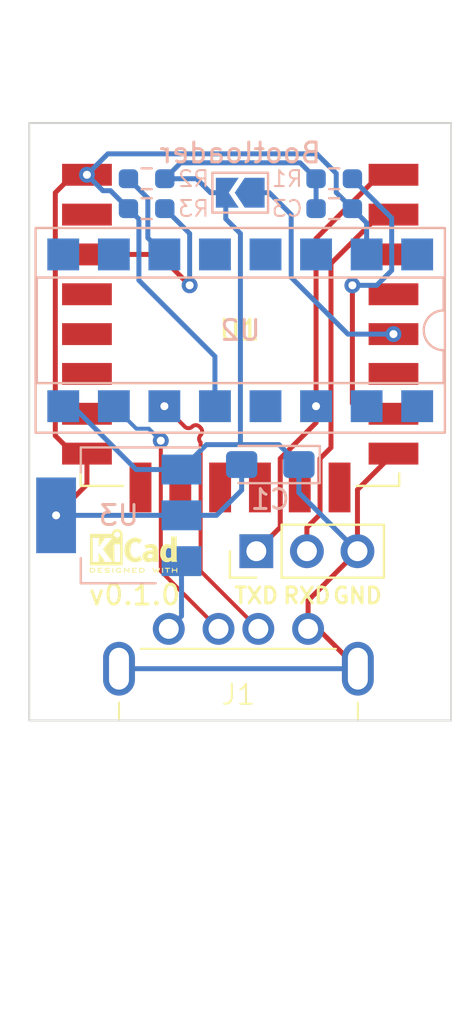
<source format=kicad_pcb>
(kicad_pcb (version 20221018) (generator pcbnew)
  (layers (0 "F.Cu" signal) (31 "B.Cu" signal) (34 "B.Paste" user) (35 "F.Paste" user) (36 "B.SilkS" user "B.Silkscreen") (37 "F.SilkS" user "F.Silkscreen") (38 "B.Mask" user) (39 "F.Mask" user) (44 "Edge.Cuts" user))
  (net 0 "")
  (net 1 "GND")
  (net 2 "+3.3V")
  (net 3 "+5V")
  (net 4 "/TXD")
  (net 5 "/RXD")
  (net 6 "Net-(U1-GPIO15)")
  (net 7 "Net-(U2-IO2)")
  (net 8 "Net-(U1-CH_PD)")
  (net 32 "/DN")
  (net 33 "/DP")
  (net 34 "Net-(TP1-A)")
  (footprint "USB:USB-A_Plug_AM_90_THT" (layer "F.Cu") (at 109.1 118.2)
    (fp_text reference "J1" (at 0 -7.1 unlocked) (layer "F.SilkS") (effects (font (thickness 0.1))))
    (fp_text value "USB_A")
    (pad "1" thru_hole circle (at -3.5 -10.4) (size 1.6 1.6) (drill 1) (layers "*.Cu" "*.Mask") (net 3 "+5V"))
    (pad "2" thru_hole circle (at -1 -10.4) (size 1.6 1.6) (drill 1) (layers "*.Cu" "*.Mask") (net 32 "/DN"))
    (pad "3" thru_hole circle (at 1 -10.4) (size 1.6 1.6) (drill 1) (layers "*.Cu" "*.Mask") (net 33 "/DP"))
    (pad "4" thru_hole circle (at 3.5 -10.4) (size 1.6 1.6) (drill 1) (layers "*.Cu" "*.Mask") (net 1 "GND"))
    (pad "5" thru_hole oval (at -6 -8.4) (size 1.6 2.7) (drill oval 1 2.1) (layers "*.Cu" "*.Mask") (net 1 "GND"))
    (pad "5" thru_hole oval (at 6 -8.4) (size 1.6 2.7) (drill oval 1 2.1) (layers "*.Cu" "*.Mask") (net 1 "GND"))
  )
  (footprint "Library:LOGO" (layer "F.Cu") (at 103.8 103.9)
    (fp_text reference "" hide)
    (fp_text value "LOGO" hide)
  )
  (footprint "Connector_PinHeader_2.54mm:PinHeader_1x03_P2.54mm_Vertical" (layer "F.Cu") (at 110 103.9 90)
    (fp_text reference "J2" hide)
    (fp_text value "DEBUG")
    (pad "1" thru_hole rect (at 0 0 90) (size 1.7 1.7) (drill 1) (layers "*.Cu" "*.Mask") (net 4 "/TXD"))
    (pad "2" thru_hole oval (at 0 2.54 90) (size 1.7 1.7) (drill 1) (layers "*.Cu" "*.Mask") (net 5 "/RXD"))
    (pad "3" thru_hole oval (at 0 5.08 90) (size 1.7 1.7) (drill 1) (layers "*.Cu" "*.Mask") (net 1 "GND"))
  )
  (footprint "ESP8266:ESP-12E_SMD" (layer "F.Cu") (at 102.19 85)
    (fp_text reference "U1" (at 6.96 7.8) (layer "F.SilkS"))
    (fp_text value "ESP-12F" hide)
    (pad "1" smd rect (at -0.7 0) (size 2.5 1.1) (layers "F.Cu" "F.Paste" "F.Mask") (net 2 "+3.3V"))
    (pad "2" smd rect (at -0.7 2) (size 2.5 1.1) (layers "F.Cu" "F.Paste" "F.Mask"))
    (pad "3" smd rect (at -0.7 4) (size 2.5 1.1) (layers "F.Cu" "F.Paste" "F.Mask") (net 8 "Net-(U1-CH_PD)"))
    (pad "4" smd rect (at -0.7 6) (size 2.5 1.1) (layers "F.Cu" "F.Paste" "F.Mask"))
    (pad "5" smd rect (at -0.7 8) (size 2.5 1.1) (layers "F.Cu" "F.Paste" "F.Mask"))
    (pad "6" smd rect (at -0.7 10) (size 2.5 1.1) (layers "F.Cu" "F.Paste" "F.Mask"))
    (pad "7" smd rect (at -0.7 12) (size 2.5 1.1) (layers "F.Cu" "F.Paste" "F.Mask"))
    (pad "8" smd rect (at -0.7 14) (size 2.5 1.1) (layers "F.Cu" "F.Paste" "F.Mask") (net 2 "+3.3V"))
    (pad "9" smd rect (at 14.7 14) (size 2.5 1.1) (layers "F.Cu" "F.Paste" "F.Mask") (net 1 "GND"))
    (pad "10" smd rect (at 14.7 12) (size 2.5 1.1) (layers "F.Cu" "F.Paste" "F.Mask") (net 6 "Net-(U1-GPIO15)"))
    (pad "11" smd rect (at 14.7 10) (size 2.5 1.1) (layers "F.Cu" "F.Paste" "F.Mask"))
    (pad "12" smd rect (at 14.7 8) (size 2.5 1.1) (layers "F.Cu" "F.Paste" "F.Mask") (net 34 "Net-(TP1-A)"))
    (pad "13" smd rect (at 14.7 6) (size 2.5 1.1) (layers "F.Cu" "F.Paste" "F.Mask"))
    (pad "14" smd rect (at 14.7 4) (size 2.5 1.1) (layers "F.Cu" "F.Paste" "F.Mask"))
    (pad "15" smd rect (at 14.7 2) (size 2.5 1.1) (layers "F.Cu" "F.Paste" "F.Mask") (net 5 "/RXD"))
    (pad "16" smd rect (at 14.7 0) (size 2.5 1.1) (layers "F.Cu" "F.Paste" "F.Mask") (net 4 "/TXD"))
    (pad "17" smd rect (at 1.99 15.7 90) (size 2.5 1.1) (layers "F.Cu" "F.Paste" "F.Mask"))
    (pad "18" smd rect (at 3.99 15.7 90) (size 2.5 1.1) (layers "F.Cu" "F.Paste" "F.Mask"))
    (pad "19" smd rect (at 5.99 15.7 90) (size 2.5 1.1) (layers "F.Cu" "F.Paste" "F.Mask"))
    (pad "20" smd rect (at 7.99 15.7 90) (size 2.5 1.1) (layers "F.Cu" "F.Paste" "F.Mask"))
    (pad "21" smd rect (at 9.99 15.7 90) (size 2.5 1.1) (layers "F.Cu" "F.Paste" "F.Mask"))
    (pad "22" smd rect (at 11.99 15.7 90) (size 2.5 1.1) (layers "F.Cu" "F.Paste" "F.Mask"))
  )
  (footprint "Capacitor_Tantalum_SMD:CP_EIA-3216-18_Kemet-A_Pad1.58x1.35mm_HandSolder" (layer "B.Cu") (at 110.7 99.55 180)
    (fp_text reference "C1" (at 0 -1.75) (layer "B.SilkS") (effects (justify mirror)))
    (fp_text value "1uF")
    (pad "1" smd roundrect (at -1.4375 0 180) (size 1.575 1.35) (layers "B.Cu" "B.Paste" "B.Mask") (roundrect_rratio 0.185185) (net 1 "GND"))
    (pad "2" smd roundrect (at 1.4375 0 180) (size 1.575 1.35) (layers "B.Cu" "B.Paste" "B.Mask") (roundrect_rratio 0.185185) (net 2 "+3.3V"))
  )
  (footprint "Resistor_SMD:R_0603_1608Metric_Pad0.98x0.95mm_HandSolder" (layer "B.Cu") (at 104.4875 86.7)
    (fp_text reference "R3" (at 2.3625 0) (layer "B.SilkS") (effects (font (size 0.8 0.8) (thickness 0.1)) (justify mirror)))
    (fp_text value "1K")
    (pad "1" smd roundrect (at -0.9125 0) (size 0.975 0.95) (layers "B.Cu" "B.Paste" "B.Mask") (net 2 "+3.3V"))
    (pad "2" smd roundrect (at 0.9125 0) (size 0.975 0.95) (layers "B.Cu" "B.Paste" "B.Mask") (net 8 "Net-(U1-CH_PD)"))
  )
  (footprint "Resistor_SMD:R_0603_1608Metric_Pad0.98x0.95mm_HandSolder" (layer "B.Cu") (at 113.9125 86.7 180)
    (fp_text reference "C3" (at 2.3625 0 180) (layer "B.SilkS") (effects (font (size 0.8 0.8) (thickness 0.1)) (justify mirror)))
    (fp_text value "0.1uF")
    (pad "1" smd roundrect (at -0.9125 0 180) (size 0.975 0.95) (layers "B.Cu" "B.Paste" "B.Mask") (net 2 "+3.3V"))
    (pad "2" smd roundrect (at 0.9125 0 180) (size 0.975 0.95) (layers "B.Cu" "B.Paste" "B.Mask") (net 1 "GND"))
  )
  (footprint "Package_TO_SOT_SMD:SOT-223-3_TabPin2" (layer "B.Cu") (at 103.09 102.1 180)
    (fp_text reference "U3" (at 0 0) (layer "B.SilkS") (effects (justify mirror)))
    (fp_text value "AMS1117-3.3")
    (pad "1" smd rect (at -3.15 2.3 180) (size 2 1.5) (layers "B.Cu" "B.Paste" "B.Mask") (net 1 "GND"))
    (pad "2" smd rect (at -3.15 0 180) (size 2 1.5) (layers "B.Cu" "B.Paste" "B.Mask") (net 2 "+3.3V"))
    (pad "2" smd rect (at 3.15 0 180) (size 2 3.8) (layers "B.Cu" "B.Paste" "B.Mask") (net 2 "+3.3V"))
    (pad "3" smd rect (at -3.15 -2.3 180) (size 2 1.5) (layers "B.Cu" "B.Paste" "B.Mask") (net 3 "+5V"))
  )
  (footprint "Package_DIP:DIP-16_W7.62mm_SMDSocket_SmallPads" (layer "B.Cu") (at 109.19 92.81 90)
    (fp_text reference "U2" (at 0 0.01 180) (layer "B.SilkS") (effects (justify mirror)))
    (fp_text value "CH9328")
    (pad "1" smd rect (at -3.81 8.89 90) (size 1.6 1.6) (layers "B.Cu" "B.Paste" "B.Mask"))
    (pad "2" smd rect (at -3.81 6.35 90) (size 1.6 1.6) (layers "B.Cu" "B.Paste" "B.Mask"))
    (pad "3" smd rect (at -3.81 3.81 90) (size 1.6 1.6) (layers "B.Cu" "B.Paste" "B.Mask") (net 4 "/TXD"))
    (pad "4" smd rect (at -3.81 1.27 90) (size 1.6 1.6) (layers "B.Cu" "B.Paste" "B.Mask"))
    (pad "5" smd rect (at -3.81 -1.27 90) (size 1.6 1.6) (layers "B.Cu" "B.Paste" "B.Mask") (net 2 "+3.3V"))
    (pad "6" smd rect (at -3.81 -3.81 90) (size 1.6 1.6) (layers "B.Cu" "B.Paste" "B.Mask") (net 33 "/DP"))
    (pad "7" smd rect (at -3.81 -6.35 90) (size 1.6 1.6) (layers "B.Cu" "B.Paste" "B.Mask") (net 32 "/DN"))
    (pad "8" smd rect (at -3.81 -8.89 90) (size 1.6 1.6) (layers "B.Cu" "B.Paste" "B.Mask") (net 1 "GND"))
    (pad "9" smd rect (at 3.81 -8.89 90) (size 1.6 1.6) (layers "B.Cu" "B.Paste" "B.Mask"))
    (pad "10" smd rect (at 3.81 -6.35 90) (size 1.6 1.6) (layers "B.Cu" "B.Paste" "B.Mask"))
    (pad "11" smd rect (at 3.81 -3.81 90) (size 1.6 1.6) (layers "B.Cu" "B.Paste" "B.Mask") (net 7 "Net-(U2-IO2)"))
    (pad "12" smd rect (at 3.81 -1.27 90) (size 1.6 1.6) (layers "B.Cu" "B.Paste" "B.Mask"))
    (pad "13" smd rect (at 3.81 1.27 90) (size 1.6 1.6) (layers "B.Cu" "B.Paste" "B.Mask"))
    (pad "14" smd rect (at 3.81 3.81 90) (size 1.6 1.6) (layers "B.Cu" "B.Paste" "B.Mask"))
    (pad "15" smd rect (at 3.81 6.35 90) (size 1.6 1.6) (layers "B.Cu" "B.Paste" "B.Mask") (net 2 "+3.3V"))
    (pad "16" smd rect (at 3.81 8.89 90) (size 1.6 1.6) (layers "B.Cu" "B.Paste" "B.Mask"))
  )
  (footprint "Jumper:SolderJumper-2_P1.3mm_Open_TrianglePad1.0x1.5mm" (layer "B.Cu") (at 109.19 85.9 180)
    (fp_text reference "TP1" hide)
    (fp_text value "Bootloader" (at 0 2) (layer "B.SilkS") (effects (justify mirror)))
    (pad "1" smd custom (at -0.725 0 180) (size 0.3 0.3) (layers "B.Cu" "B.Mask") (net 34 "Net-(TP1-A)") (options (clearance outline) (anchor rect)) (primitives (gr_poly (pts (xy 1 0) (xy 0.5 -0.75) (xy -0.5 -0.75) (xy -0.5 0.75) (xy 0.5 0.75)) (width 0) (fill yes))))
    (pad "2" smd custom (at 0.725 0 180) (size 0.3 0.3) (layers "B.Cu" "B.Mask") (net 1 "GND") (options (clearance outline) (anchor rect)) (primitives (gr_poly (pts (xy 0.5 -0.75) (xy -0.65 -0.75) (xy -0.15 0) (xy -0.65 0.75) (xy 0.5 0.75)) (width 0) (fill yes))))
  )
  (footprint "Resistor_SMD:R_0603_1608Metric_Pad0.98x0.95mm_HandSolder" (layer "B.Cu") (at 113.9125 85.2 180)
    (fp_text reference "R1" (at 2.3625 0) (layer "B.SilkS") (effects (font (size 0.8 0.8) (thickness 0.1)) (justify mirror)))
    (fp_text value "1K")
    (pad "1" smd roundrect (at -0.9125 0 180) (size 0.975 0.95) (layers "B.Cu" "B.Paste" "B.Mask") (net 6 "Net-(U1-GPIO15)"))
    (pad "2" smd roundrect (at 0.9125 0 180) (size 0.975 0.95) (layers "B.Cu" "B.Paste" "B.Mask") (net 1 "GND"))
  )
  (footprint "Resistor_SMD:R_0603_1608Metric_Pad0.98x0.95mm_HandSolder" (layer "B.Cu") (at 104.4875 85.2)
    (fp_text reference "R2" (at 2.3625 0) (layer "B.SilkS") (effects (font (size 0.8 0.8) (thickness 0.1)) (justify mirror)))
    (fp_text value "1K")
    (pad "1" smd roundrect (at -0.9125 0) (size 0.975 0.95) (layers "B.Cu" "B.Paste" "B.Mask") (net 7 "Net-(U2-IO2)"))
    (pad "2" smd roundrect (at 0.9125 0) (size 0.975 0.95) (layers "B.Cu" "B.Paste" "B.Mask") (net 1 "GND"))
  )
  (gr_rect (start 98.59 82.4) (end 119.79 112.4) (stroke (width 0.1)) (fill none) (layer "Edge.Cuts"))
  (gr_text "GND" (at 115.08 106.6) (layer "F.SilkS") (effects (font (size 0.8 0.8) (thickness 0.15) bold) (justify bottom)))
  (gr_text "v0.1.0" (at 101.5 106.683) (layer "F.SilkS") (effects (font (size 1 1)) (justify left bottom)))
  (gr_text "TXD" (at 110 106.6) (layer "F.SilkS") (effects (font (size 0.8 0.8) (thickness 0.15) bold) (justify bottom)))
  (gr_text "RXD" (at 112.54 106.6) (layer "F.SilkS") (effects (font (size 0.8 0.8) (thickness 0.15) bold) (justify bottom)))
  (segment (start 112.6 107.8) (end 112.6 106.38) (width 0.25) (layer "F.Cu") (net 1))
  (segment (start 115.1 109.8) (end 113.1 107.8) (width 0.25) (layer "F.Cu") (net 1))
  (segment (start 113.1 107.8) (end 112.6 107.8) (width 0.25) (layer "F.Cu") (net 1))
  (segment (start 115.08 100.81) (end 115.08 103.9) (width 0.25) (layer "F.Cu") (net 1))
  (segment (start 112.6 106.38) (end 115.08 103.9) (width 0.25) (layer "F.Cu") (net 1))
  (segment (start 116.89 99) (end 115.08 100.81) (width 0.25) (layer "F.Cu") (net 1))
  (segment (start 103.1 109.8) (end 115.1 109.8) (width 0.25) (layer "B.Cu") (net 1))
  (segment (start 108.465 85.9) (end 108.465 87.215) (width 0.25) (layer "B.Cu") (net 1))
  (segment (start 108.465 87.215) (end 109.2 87.95) (width 0.25) (layer "B.Cu") (net 1))
  (segment (start 109.2 87.95) (end 109.2 98.55) (width 0.25) (layer "B.Cu") (net 1))
  (segment (start 107 85.2) (end 105.4 85.2) (width 0.25) (layer "B.Cu") (net 1))
  (segment (start 106.2 84.4) (end 112.2 84.4) (width 0.25) (layer "B.Cu") (net 1))
  (segment (start 103.96038 99.8) (end 100.78038 96.62) (width 0.25) (layer "B.Cu") (net 1))
  (segment (start 100.78038 96.62) (end 100.3 96.62) (width 0.25) (layer "B.Cu") (net 1))
  (segment (start 105.4 85.2) (end 106.2 84.4) (width 0.25) (layer "B.Cu") (net 1))
  (segment (start 112.2 84.4) (end 113 85.2) (width 0.25) (layer "B.Cu") (net 1))
  (segment (start 106.24 99.8) (end 103.96038 99.8) (width 0.25) (layer "B.Cu") (net 1))
  (segment (start 113 85.2) (end 113 86.7) (width 0.25) (layer "B.Cu") (net 1))
  (segment (start 112.1375 99.55) (end 112.1375 100.9575) (width 0.25) (layer "B.Cu") (net 1))
  (segment (start 111.1375 98.55) (end 109.2 98.55) (width 0.25) (layer "B.Cu") (net 1))
  (segment (start 112.1375 99.55) (end 111.1375 98.55) (width 0.25) (layer "B.Cu") (net 1))
  (segment (start 112.1375 100.9575) (end 115.08 103.9) (width 0.25) (layer "B.Cu") (net 1))
  (segment (start 107.7 85.9) (end 107 85.2) (width 0.25) (layer "B.Cu") (net 1))
  (segment (start 109.2 98.55) (end 107.49 98.55) (width 0.25) (layer "B.Cu") (net 1))
  (segment (start 107.49 98.55) (end 106.24 99.8) (width 0.25) (layer "B.Cu") (net 1))
  (segment (start 108.465 85.9) (end 107.7 85.9) (width 0.25) (layer "B.Cu") (net 1))
  (segment (start 100.8 99) (end 101.49 99) (width 0.25) (layer "F.Cu") (net 2))
  (segment (start 99.9 98.1) (end 100.8 99) (width 0.25) (layer "F.Cu") (net 2))
  (segment (start 101.49 85) (end 100.8 85) (width 0.25) (layer "F.Cu") (net 2))
  (segment (start 99.9 85.9) (end 99.9 98.1) (width 0.25) (layer "F.Cu") (net 2))
  (segment (start 99.94 102.1) (end 101.49 100.55) (width 0.25) (layer "F.Cu") (net 2))
  (segment (start 100.8 85) (end 99.9 85.9) (width 0.25) (layer "F.Cu") (net 2))
  (segment (start 101.49 100.55) (end 101.49 99) (width 0.25) (layer "F.Cu") (net 2))
  (via (at 99.94 102.1) (size 0.8) (drill 0.4) (layers "F.Cu" "B.Cu") (net 2))
  (via (at 101.49 85) (size 0.8) (drill 0.4) (layers "F.Cu" "B.Cu") (net 2))
  (segment (start 102.675 85.8) (end 103.575 86.7) (width 0.25) (layer "B.Cu") (net 2))
  (segment (start 114.0125 84.929504) (end 114.0125 85.8875) (width 0.25) (layer "B.Cu") (net 2))
  (segment (start 113.032996 83.95) (end 114.0125 84.929504) (width 0.25) (layer "B.Cu") (net 2))
  (segment (start 115.54 87.415) (end 114.825 86.7) (width 0.25) (layer "B.Cu") (net 2))
  (segment (start 101.49 85) (end 102.29 85.8) (width 0.25) (layer "B.Cu") (net 2))
  (segment (start 101.49 85) (end 102.54 83.95) (width 0.25) (layer "B.Cu") (net 2))
  (segment (start 104.1 87.225) (end 103.575 86.7) (width 0.25) (layer "B.Cu") (net 2))
  (segment (start 106.24 102.1) (end 99.94 102.1) (width 0.25) (layer "B.Cu") (net 2))
  (segment (start 109.2625 100.8375) (end 109.2625 99.55) (width 0.25) (layer "B.Cu") (net 2))
  (segment (start 107.92 96.62) (end 107.92 94.12) (width 0.25) (layer "B.Cu") (net 2))
  (segment (start 115.54 89) (end 115.54 87.415) (width 0.25) (layer "B.Cu") (net 2))
  (segment (start 108 102.1) (end 109.2625 100.8375) (width 0.25) (layer "B.Cu") (net 2))
  (segment (start 114.0125 85.8875) (end 114.825 86.7) (width 0.25) (layer "B.Cu") (net 2))
  (segment (start 102.29 85.8) (end 102.675 85.8) (width 0.25) (layer "B.Cu") (net 2))
  (segment (start 104.1 90.3) (end 104.1 87.225) (width 0.25) (layer "B.Cu") (net 2))
  (segment (start 107.92 94.12) (end 104.1 90.3) (width 0.25) (layer "B.Cu") (net 2))
  (segment (start 106.24 102.1) (end 108 102.1) (width 0.25) (layer "B.Cu") (net 2))
  (segment (start 102.54 83.95) (end 113.032996 83.95) (width 0.25) (layer "B.Cu") (net 2))
  (segment (start 106.24 104.4) (end 106.24 107.16) (width 0.25) (layer "B.Cu") (net 3))
  (segment (start 106.24 107.16) (end 105.6 107.8) (width 0.25) (layer "B.Cu") (net 3))
  (segment (start 116.89 85) (end 116.2 85) (width 0.25) (layer "F.Cu") (net 4))
  (segment (start 113 97.45) (end 111.2 99.25) (width 0.25) (layer "F.Cu") (net 4))
  (segment (start 113 96.62) (end 113 97.45) (width 0.25) (layer "F.Cu") (net 4))
  (segment (start 111.2 99.25) (end 111.2 102.7) (width 0.25) (layer "F.Cu") (net 4))
  (segment (start 116.2 85) (end 113 88.2) (width 0.25) (layer "F.Cu") (net 4))
  (segment (start 113 88.2) (end 113 96.62) (width 0.25) (layer "F.Cu") (net 4))
  (segment (start 111.2 102.7) (end 110 103.9) (width 0.25) (layer "F.Cu") (net 4))
  (via (at 113 96.62) (size 0.8) (drill 0.4) (layers "F.Cu" "B.Cu") (net 4))
  (segment (start 113.75 89.45) (end 113.75 98.7) (width 0.25) (layer "F.Cu") (net 5))
  (segment (start 113.75 98.7) (end 113.2 99.25) (width 0.25) (layer "F.Cu") (net 5))
  (segment (start 113.2 102.05) (end 112.54 102.71) (width 0.25) (layer "F.Cu") (net 5))
  (segment (start 113.2 99.25) (end 113.2 102.05) (width 0.25) (layer "F.Cu") (net 5))
  (segment (start 112.54 102.71) (end 112.54 103.9) (width 0.25) (layer "F.Cu") (net 5))
  (segment (start 116.2 87) (end 113.75 89.45) (width 0.25) (layer "F.Cu") (net 5))
  (segment (start 116.89 87) (end 116.2 87) (width 0.25) (layer "F.Cu") (net 5))
  (segment (start 114.825 96.475) (end 114.825 90.55) (width 0.25) (layer "F.Cu") (net 6))
  (segment (start 115.35 97) (end 114.825 96.475) (width 0.25) (layer "F.Cu") (net 6))
  (segment (start 116.89 97) (end 115.35 97) (width 0.25) (layer "F.Cu") (net 6))
  (via (at 114.825 90.55) (size 0.8) (drill 0.4) (layers "F.Cu" "B.Cu") (net 6))
  (segment (start 116.04962 90.55) (end 114.825 90.55) (width 0.25) (layer "B.Cu") (net 6))
  (segment (start 114.825 85.2) (end 116.8 87.175) (width 0.25) (layer "B.Cu") (net 6))
  (segment (start 116.8 89.79962) (end 116.04962 90.55) (width 0.25) (layer "B.Cu") (net 6))
  (segment (start 116.8 87.175) (end 116.8 89.79962) (width 0.25) (layer "B.Cu") (net 6))
  (segment (start 104.55 86.175) (end 104.55 88.17) (width 0.25) (layer "B.Cu") (net 7))
  (segment (start 103.575 85.2) (end 104.55 86.175) (width 0.25) (layer "B.Cu") (net 7))
  (segment (start 104.55 88.17) (end 105.38 89) (width 0.25) (layer "B.Cu") (net 7))
  (segment (start 105.1 89) (end 101.49 89) (width 0.25) (layer "F.Cu") (net 8))
  (segment (start 106.65 90.55) (end 105.1 89) (width 0.25) (layer "F.Cu") (net 8))
  (via (at 106.65 90.55) (size 0.8) (drill 0.4) (layers "F.Cu" "B.Cu") (net 8))
  (segment (start 106.65 90.55) (end 106.65 87.95) (width 0.25) (layer "B.Cu") (net 8))
  (segment (start 106.65 87.95) (end 105.4 86.7) (width 0.25) (layer "B.Cu") (net 8))
  (segment (start 105.2 98.35) (end 105.2 104.9) (width 0.2) (layer "F.Cu") (net 32))
  (segment (start 105.2 104.9) (end 108.1 107.8) (width 0.2) (layer "F.Cu") (net 32))
  (via (at 105.2 98.35) (size 0.8) (drill 0.4) (layers "F.Cu" "B.Cu") (net 32))
  (segment (start 104.6 97.75) (end 103.97 97.75) (width 0.2) (layer "B.Cu") (net 32))
  (segment (start 103.97 97.75) (end 102.84 96.62) (width 0.2) (layer "B.Cu") (net 32))
  (segment (start 105.2 98.35) (end 104.6 97.75) (width 0.2) (layer "B.Cu") (net 32))
  (segment (start 110.1 107.8) (end 107.2 104.9) (width 0.2) (layer "F.Cu") (net 33))
  (segment (start 106.775735 97.64857) (end 106.775734 97.64857) (width 0.2) (layer "F.Cu") (net 33))
  (segment (start 107.2 97.705671) (end 107.142899 97.64857) (width 0.2) (layer "F.Cu") (net 33))
  (segment (start 106.40857 97.64857) (end 106.351471 97.591471) (width 0.2) (layer "F.Cu") (net 33))
  (segment (start 107.2 98.072836) (end 107.2 98.072835) (width 0.2) (layer "F.Cu") (net 33))
  (segment (start 107.199999 98.072837) (end 107.2 98.072836) (width 0.2) (layer "F.Cu") (net 33))
  (segment (start 107.2 104.9) (end 107.2 98.44) (width 0.2) (layer "F.Cu") (net 33))
  (segment (start 106.351471 97.591471) (end 105.38 96.62) (width 0.2) (layer "F.Cu") (net 33))
  (via (at 105.38 96.62) (size 0.8) (drill 0.4) (layers "F.Cu" "B.Cu") (net 33))
  (arc (start 107.142899 97.64857) (mid 106.959317 97.572528) (end 106.775735 97.64857) (width 0.2) (layer "F.Cu") (net 33))
  (arc (start 107.2 98.44) (mid 107.123958 98.256419) (end 107.199999 98.072837) (width 0.2) (layer "F.Cu") (net 33))
  (arc (start 106.775734 97.64857) (mid 106.592152 97.724612) (end 106.40857 97.64857) (width 0.2) (layer "F.Cu") (net 33))
  (arc (start 107.2 98.072835) (mid 107.276042 97.889253) (end 107.2 97.705671) (width 0.2) (layer "F.Cu") (net 33))
  (via (at 116.89 93) (size 0.8) (drill 0.4) (layers "F.Cu" "B.Cu") (net 34))
  (segment (start 111.75 87) (end 110.65 85.9) (width 0.25) (layer "B.Cu") (net 34))
  (segment (start 111.75 90.15) (end 111.75 87) (width 0.25) (layer "B.Cu") (net 34))
  (segment (start 110.65 85.9) (end 109.915 85.9) (width 0.25) (layer "B.Cu") (net 34))
  (segment (start 116.89 93) (end 114.6 93) (width 0.25) (layer "B.Cu") (net 34))
  (segment (start 114.6 93) (end 111.75 90.15) (width 0.25) (layer "B.Cu") (net 34))
)
</source>
